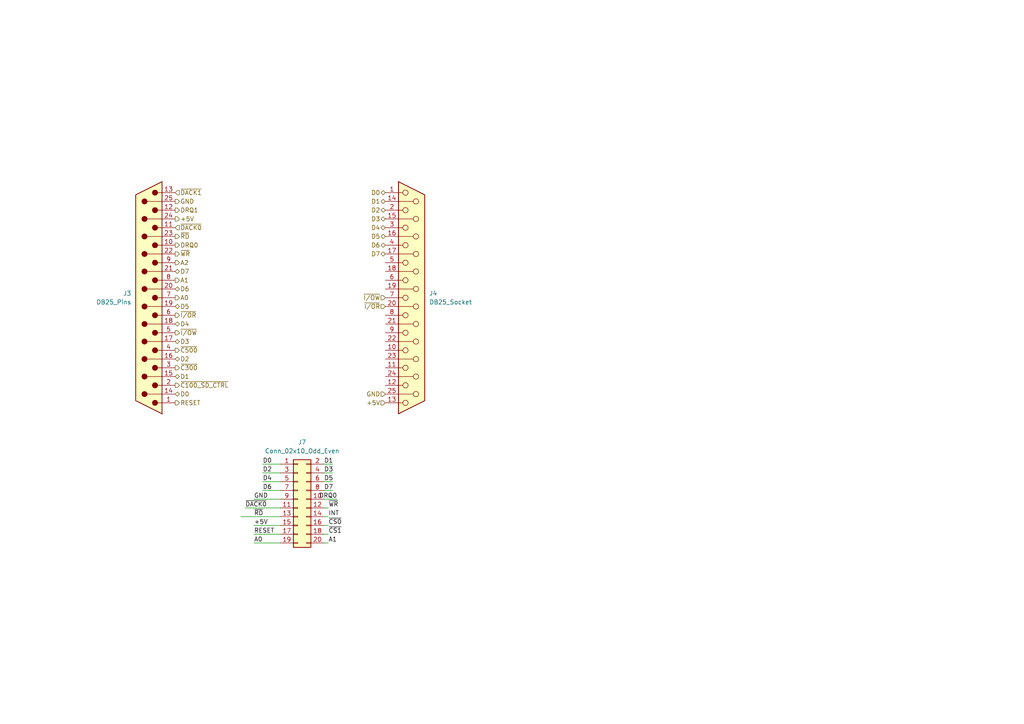
<source format=kicad_sch>
(kicad_sch (version 20250114) (generator "eeschema") (generator_version "9.0")
  (paper "A4")
  (lib_symbols
    (symbol "Connector:DB25_Pins" (pin_names (offset 1.016) (hide yes))
      (property "Reference" "J" (at 0 34.29 0))
      (property "Value" "DB25_Pins" (at 0 -34.925 0))
      (symbol "DB25_Pins_0_1"
        (polyline (pts (xy -3.81 30.48) (xy -2.54 30.48)))
        (polyline (pts (xy -3.81 27.94) (xy 0.508 27.94)))
        (polyline (pts (xy -3.81 25.4) (xy -2.54 25.4)))
        (polyline (pts (xy -3.81 22.86) (xy 0.508 22.86)))
        (polyline (pts (xy -3.81 20.32) (xy -2.54 20.32)))
        (polyline (pts (xy -3.81 17.78) (xy 0.508 17.78)))
        (polyline (pts (xy -3.81 15.24) (xy -2.54 15.24)))
        (polyline (pts (xy -3.81 12.7) (xy 0.508 12.7)))
        (polyline (pts (xy -3.81 10.16) (xy -2.54 10.16)))
        (polyline (pts (xy -3.81 7.62) (xy 0.508 7.62)))
        (polyline (pts (xy -3.81 5.08) (xy -2.54 5.08)))
        (polyline (pts (xy -3.81 2.54) (xy 0.508 2.54)))
        (polyline (pts (xy -3.81 0) (xy -2.54 0)))
        (polyline (pts (xy -3.81 -2.54) (xy 0.508 -2.54)))
        (polyline (pts (xy -3.81 -5.08) (xy -2.54 -5.08)))
        (polyline (pts (xy -3.81 -7.62) (xy 0.508 -7.62)))
        (polyline (pts (xy -3.81 -10.16) (xy -2.54 -10.16)))
        (polyline (pts (xy -3.81 -12.7) (xy 0.508 -12.7)))
        (polyline (pts (xy -3.81 -15.24) (xy -2.54 -15.24)))
        (polyline (pts (xy -3.81 -17.78) (xy 0.508 -17.78)))
        (polyline (pts (xy -3.81 -20.32) (xy -2.54 -20.32)))
        (polyline (pts (xy -3.81 -22.86) (xy 0.508 -22.86)))
        (polyline (pts (xy -3.81 -25.4) (xy -2.54 -25.4)))
        (polyline (pts (xy -3.81 -27.94) (xy 0.508 -27.94)))
        (polyline (pts (xy -3.81 -30.48) (xy -2.54 -30.48)))
        (polyline (pts (xy -3.81 -33.655) (xy 3.81 -29.845) (xy 3.81 29.845) (xy -3.81 33.655) (xy -3.81 -33.655)) (stroke (width 0.254)) (fill (type background)))
        (circle (center -1.778 30.48) (radius 0.762) (fill (type outline)))
        (circle (center -1.778 25.4) (radius 0.762) (fill (type outline)))
        (circle (center -1.778 20.32) (radius 0.762) (fill (type outline)))
        (circle (center -1.778 15.24) (radius 0.762) (fill (type outline)))
        (circle (center -1.778 10.16) (radius 0.762) (fill (type outline)))
        (circle (center -1.778 5.08) (radius 0.762) (fill (type outline)))
        (circle (center -1.778 0) (radius 0.762) (fill (type outline)))
        (circle (center -1.778 -5.08) (radius 0.762) (fill (type outline)))
        (circle (center -1.778 -10.16) (radius 0.762) (fill (type outline)))
        (circle (center -1.778 -15.24) (radius 0.762) (fill (type outline)))
        (circle (center -1.778 -20.32) (radius 0.762) (fill (type outline)))
        (circle (center -1.778 -25.4) (radius 0.762) (fill (type outline)))
        (circle (center -1.778 -30.48) (radius 0.762) (fill (type outline)))
        (circle (center 1.27 27.94) (radius 0.762) (fill (type outline)))
        (circle (center 1.27 22.86) (radius 0.762) (fill (type outline)))
        (circle (center 1.27 17.78) (radius 0.762) (fill (type outline)))
        (circle (center 1.27 12.7) (radius 0.762) (fill (type outline)))
        (circle (center 1.27 7.62) (radius 0.762) (fill (type outline)))
        (circle (center 1.27 2.54) (radius 0.762) (fill (type outline)))
        (circle (center 1.27 -2.54) (radius 0.762) (fill (type outline)))
        (circle (center 1.27 -7.62) (radius 0.762) (fill (type outline)))
        (circle (center 1.27 -12.7) (radius 0.762) (fill (type outline)))
        (circle (center 1.27 -17.78) (radius 0.762) (fill (type outline)))
        (circle (center 1.27 -22.86) (radius 0.762) (fill (type outline)))
        (circle (center 1.27 -27.94) (radius 0.762) (fill (type outline)))
      )
      (symbol "DB25_Pins_1_1"
        (pin passive line (at -7.62 30.48 0) (length 3.81) (name "13") (number "13"))
        (pin passive line (at -7.62 27.94 0) (length 3.81) (name "P25") (number "25"))
        (pin passive line (at -7.62 25.4 0) (length 3.81) (name "12") (number "12"))
        (pin passive line (at -7.62 22.86 0) (length 3.81) (name "P24") (number "24"))
        (pin passive line (at -7.62 20.32 0) (length 3.81) (name "11") (number "11"))
        (pin passive line (at -7.62 17.78 0) (length 3.81) (name "P23") (number "23"))
        (pin passive line (at -7.62 15.24 0) (length 3.81) (name "10") (number "10"))
        (pin passive line (at -7.62 12.7 0) (length 3.81) (name "P22") (number "22"))
        (pin passive line (at -7.62 10.16 0) (length 3.81) (name "9") (number "9"))
        (pin passive line (at -7.62 7.62 0) (length 3.81) (name "P21") (number "21"))
        (pin passive line (at -7.62 5.08 0) (length 3.81) (name "8") (number "8"))
        (pin passive line (at -7.62 2.54 0) (length 3.81) (name "P20") (number "20"))
        (pin passive line (at -7.62 0 0) (length 3.81) (name "7") (number "7"))
        (pin passive line (at -7.62 -2.54 0) (length 3.81) (name "P19") (number "19"))
        (pin passive line (at -7.62 -5.08 0) (length 3.81) (name "6") (number "6"))
        (pin passive line (at -7.62 -7.62 0) (length 3.81) (name "P18") (number "18"))
        (pin passive line (at -7.62 -10.16 0) (length 3.81) (name "5") (number "5"))
        (pin passive line (at -7.62 -12.7 0) (length 3.81) (name "P17") (number "17"))
        (pin passive line (at -7.62 -15.24 0) (length 3.81) (name "4") (number "4"))
        (pin passive line (at -7.62 -17.78 0) (length 3.81) (name "P16") (number "16"))
        (pin passive line (at -7.62 -20.32 0) (length 3.81) (name "3") (number "3"))
        (pin passive line (at -7.62 -22.86 0) (length 3.81) (name "P15") (number "15"))
        (pin passive line (at -7.62 -25.4 0) (length 3.81) (name "2") (number "2"))
        (pin passive line (at -7.62 -27.94 0) (length 3.81) (name "P14") (number "14"))
        (pin passive line (at -7.62 -30.48 0) (length 3.81) (name "1") (number "1"))
      )
    )
    (symbol "Connector:DB25_Socket" (pin_names (offset 1.016) (hide yes))
      (property "Reference" "J" (at 0 34.29 0))
      (property "Value" "DB25_Socket" (at 0 -34.925 0))
      (symbol "DB25_Socket_0_1"
        (polyline (pts (xy -3.81 33.655) (xy 3.81 29.845) (xy 3.81 -29.845) (xy -3.81 -33.655) (xy -3.81 33.655)) (stroke (width 0.254)) (fill (type background)))
        (polyline (pts (xy -3.81 30.48) (xy -2.54 30.48)))
        (polyline (pts (xy -3.81 27.94) (xy 0.508 27.94)))
        (polyline (pts (xy -3.81 25.4) (xy -2.54 25.4)))
        (polyline (pts (xy -3.81 22.86) (xy 0.508 22.86)))
        (polyline (pts (xy -3.81 20.32) (xy -2.54 20.32)))
        (polyline (pts (xy -3.81 17.78) (xy 0.508 17.78)))
        (polyline (pts (xy -3.81 15.24) (xy -2.54 15.24)))
        (polyline (pts (xy -3.81 12.7) (xy 0.508 12.7)))
        (polyline (pts (xy -3.81 10.16) (xy -2.54 10.16)))
        (polyline (pts (xy -3.81 7.62) (xy 0.508 7.62)))
        (polyline (pts (xy -3.81 5.08) (xy -2.54 5.08)))
        (polyline (pts (xy -3.81 2.54) (xy 0.508 2.54)))
        (polyline (pts (xy -3.81 0) (xy -2.54 0)))
        (polyline (pts (xy -3.81 -2.54) (xy 0.508 -2.54)))
        (polyline (pts (xy -3.81 -5.08) (xy -2.54 -5.08)))
        (polyline (pts (xy -3.81 -7.62) (xy 0.508 -7.62)))
        (polyline (pts (xy -3.81 -10.16) (xy -2.54 -10.16)))
        (polyline (pts (xy -3.81 -12.7) (xy 0.508 -12.7)))
        (polyline (pts (xy -3.81 -15.24) (xy -2.54 -15.24)))
        (polyline (pts (xy -3.81 -17.78) (xy 0.508 -17.78)))
        (polyline (pts (xy -3.81 -20.32) (xy -2.54 -20.32)))
        (polyline (pts (xy -3.81 -22.86) (xy 0.508 -22.86)))
        (polyline (pts (xy -3.81 -25.4) (xy -2.54 -25.4)))
        (polyline (pts (xy -3.81 -27.94) (xy 0.508 -27.94)))
        (polyline (pts (xy -3.81 -30.48) (xy -2.54 -30.48)))
        (circle (center -1.778 30.48) (radius 0.762))
        (circle (center -1.778 25.4) (radius 0.762))
        (circle (center -1.778 20.32) (radius 0.762))
        (circle (center -1.778 15.24) (radius 0.762))
        (circle (center -1.778 10.16) (radius 0.762))
        (circle (center -1.778 5.08) (radius 0.762))
        (circle (center -1.778 0) (radius 0.762))
        (circle (center -1.778 -5.08) (radius 0.762))
        (circle (center -1.778 -10.16) (radius 0.762))
        (circle (center -1.778 -15.24) (radius 0.762))
        (circle (center -1.778 -20.32) (radius 0.762))
        (circle (center -1.778 -25.4) (radius 0.762))
        (circle (center -1.778 -30.48) (radius 0.762))
        (circle (center 1.27 27.94) (radius 0.762))
        (circle (center 1.27 22.86) (radius 0.762))
        (circle (center 1.27 17.78) (radius 0.762))
        (circle (center 1.27 12.7) (radius 0.762))
        (circle (center 1.27 7.62) (radius 0.762))
        (circle (center 1.27 2.54) (radius 0.762))
        (circle (center 1.27 -2.54) (radius 0.762))
        (circle (center 1.27 -7.62) (radius 0.762))
        (circle (center 1.27 -12.7) (radius 0.762))
        (circle (center 1.27 -17.78) (radius 0.762))
        (circle (center 1.27 -22.86) (radius 0.762))
        (circle (center 1.27 -27.94) (radius 0.762))
      )
      (symbol "DB25_Socket_1_1"
        (pin passive line (at -7.62 30.48 0) (length 3.81) (name "1") (number "1"))
        (pin passive line (at -7.62 27.94 0) (length 3.81) (name "P14") (number "14"))
        (pin passive line (at -7.62 25.4 0) (length 3.81) (name "2") (number "2"))
        (pin passive line (at -7.62 22.86 0) (length 3.81) (name "P15") (number "15"))
        (pin passive line (at -7.62 20.32 0) (length 3.81) (name "3") (number "3"))
        (pin passive line (at -7.62 17.78 0) (length 3.81) (name "P16") (number "16"))
        (pin passive line (at -7.62 15.24 0) (length 3.81) (name "4") (number "4"))
        (pin passive line (at -7.62 12.7 0) (length 3.81) (name "P17") (number "17"))
        (pin passive line (at -7.62 10.16 0) (length 3.81) (name "5") (number "5"))
        (pin passive line (at -7.62 7.62 0) (length 3.81) (name "P18") (number "18"))
        (pin passive line (at -7.62 5.08 0) (length 3.81) (name "6") (number "6"))
        (pin passive line (at -7.62 2.54 0) (length 3.81) (name "P19") (number "19"))
        (pin passive line (at -7.62 0 0) (length 3.81) (name "7") (number "7"))
        (pin passive line (at -7.62 -2.54 0) (length 3.81) (name "P20") (number "20"))
        (pin passive line (at -7.62 -5.08 0) (length 3.81) (name "8") (number "8"))
        (pin passive line (at -7.62 -7.62 0) (length 3.81) (name "P21") (number "21"))
        (pin passive line (at -7.62 -10.16 0) (length 3.81) (name "9") (number "9"))
        (pin passive line (at -7.62 -12.7 0) (length 3.81) (name "P22") (number "22"))
        (pin passive line (at -7.62 -15.24 0) (length 3.81) (name "10") (number "10"))
        (pin passive line (at -7.62 -17.78 0) (length 3.81) (name "P23") (number "23"))
        (pin passive line (at -7.62 -20.32 0) (length 3.81) (name "11") (number "11"))
        (pin passive line (at -7.62 -22.86 0) (length 3.81) (name "P24") (number "24"))
        (pin passive line (at -7.62 -25.4 0) (length 3.81) (name "12") (number "12"))
        (pin passive line (at -7.62 -27.94 0) (length 3.81) (name "P25") (number "25"))
        (pin passive line (at -7.62 -30.48 0) (length 3.81) (name "13") (number "13"))
      )
    )
    (symbol "Connector_Generic:Conn_02x10_Odd_Even" (pin_names (offset 1.016) (hide yes))
      (property "Reference" "J2" (at 1.27 16.51 0))
      (property "Value" "Conn_02x10_Odd_Even" (at 1.27 13.97 0))
      (symbol "Conn_02x10_Odd_Even_1_1"
        (rectangle (start -1.27 11.43) (end 3.81 -13.97) (stroke (width 0.254)) (fill (type background)))
        (rectangle (start -1.27 10.287) (end 0 10.033) (stroke (width 0.1524)))
        (rectangle (start -1.27 7.747) (end 0 7.493) (stroke (width 0.1524)))
        (rectangle (start -1.27 5.207) (end 0 4.953) (stroke (width 0.1524)))
        (rectangle (start -1.27 2.667) (end 0 2.413) (stroke (width 0.1524)))
        (rectangle (start -1.27 0.127) (end 0 -0.127) (stroke (width 0.1524)))
        (rectangle (start -1.27 -2.413) (end 0 -2.667) (stroke (width 0.1524)))
        (rectangle (start -1.27 -4.953) (end 0 -5.207) (stroke (width 0.1524)))
        (rectangle (start -1.27 -7.493) (end 0 -7.747) (stroke (width 0.1524)))
        (rectangle (start -1.27 -10.033) (end 0 -10.287) (stroke (width 0.1524)))
        (rectangle (start -1.27 -12.573) (end 0 -12.827) (stroke (width 0.1524)))
        (rectangle (start 3.81 10.287) (end 2.54 10.033) (stroke (width 0.1524)))
        (rectangle (start 3.81 7.747) (end 2.54 7.493) (stroke (width 0.1524)))
        (rectangle (start 3.81 5.207) (end 2.54 4.953) (stroke (width 0.1524)))
        (rectangle (start 3.81 2.667) (end 2.54 2.413) (stroke (width 0.1524)))
        (rectangle (start 3.81 0.127) (end 2.54 -0.127) (stroke (width 0.1524)))
        (rectangle (start 3.81 -2.413) (end 2.54 -2.667) (stroke (width 0.1524)))
        (rectangle (start 3.81 -4.953) (end 2.54 -5.207) (stroke (width 0.1524)))
        (rectangle (start 3.81 -7.493) (end 2.54 -7.747) (stroke (width 0.1524)))
        (rectangle (start 3.81 -10.033) (end 2.54 -10.287) (stroke (width 0.1524)))
        (rectangle (start 3.81 -12.573) (end 2.54 -12.827) (stroke (width 0.1524)))
        (pin passive line (at -5.08 10.16 0) (length 3.81) (name "Pin_1") (number "1"))
        (pin passive line (at -5.08 7.62 0) (length 3.81) (name "Pin_3") (number "3"))
        (pin passive line (at -5.08 5.08 0) (length 3.81) (name "Pin_5") (number "5"))
        (pin passive line (at -5.08 2.54 0) (length 3.81) (name "Pin_7") (number "7"))
        (pin power_out line (at -5.08 0 0) (length 3.81) (name "Pin_9") (number "9"))
        (pin passive line (at -5.08 -2.54 0) (length 3.81) (name "Pin_11") (number "11"))
        (pin passive line (at -5.08 -5.08 0) (length 3.81) (name "Pin_13") (number "13"))
        (pin power_out line (at -5.08 -7.62 0) (length 3.81) (name "Pin_15") (number "15"))
        (pin passive line (at -5.08 -10.16 0) (length 3.81) (name "Pin_17") (number "17"))
        (pin passive line (at -5.08 -12.7 0) (length 3.81) (name "Pin_19") (number "19"))
        (pin passive line (at 7.62 10.16 180) (length 3.81) (name "Pin_2") (number "2"))
        (pin passive line (at 7.62 7.62 180) (length 3.81) (name "Pin_4") (number "4"))
        (pin passive line (at 7.62 5.08 180) (length 3.81) (name "Pin_6") (number "6"))
        (pin passive line (at 7.62 2.54 180) (length 3.81) (name "Pin_8") (number "8"))
        (pin passive line (at 7.62 0 180) (length 3.81) (name "Pin_10") (number "10"))
        (pin passive line (at 7.62 -2.54 180) (length 3.81) (name "Pin_12") (number "12"))
        (pin passive line (at 7.62 -5.08 180) (length 3.81) (name "Pin_14") (number "14"))
        (pin passive line (at 7.62 -7.62 180) (length 3.81) (name "Pin_16") (number "16"))
        (pin passive line (at 7.62 -10.16 180) (length 3.81) (name "Pin_18") (number "18"))
        (pin passive line (at 7.62 -12.7 180) (length 3.81) (name "Pin_20") (number "20"))
      )
    )
  )
  (wire (pts (xy 76.2 137.16) (xy 81.28 137.16)))
  (wire (pts (xy 93.98 154.94) (xy 95.25 154.94)))
  (wire (pts (xy 93.98 139.7) (xy 96.52 139.7)))
  (wire (pts (xy 93.98 144.78) (xy 97.79 144.78)))
  (wire (pts (xy 73.66 154.94) (xy 81.28 154.94)))
  (wire (pts (xy 69.85 149.86) (xy 81.28 149.86)))
  (wire (pts (xy 93.98 142.24) (xy 96.52 142.24)))
  (wire (pts (xy 73.66 144.78) (xy 81.28 144.78)))
  (wire (pts (xy 93.98 137.16) (xy 96.52 137.16)))
  (wire (pts (xy 73.66 157.48) (xy 81.28 157.48)))
  (wire (pts (xy 73.66 152.4) (xy 81.28 152.4)))
  (wire (pts (xy 93.98 147.32) (xy 95.25 147.32)))
  (wire (pts (xy 93.98 149.86) (xy 95.25 149.86)))
  (wire (pts (xy 71.12 147.32) (xy 81.28 147.32)))
  (wire (pts (xy 76.2 134.62) (xy 81.28 134.62)))
  (wire (pts (xy 93.98 157.48) (xy 95.25 157.48)))
  (wire (pts (xy 93.98 134.62) (xy 96.52 134.62)))
  (wire (pts (xy 76.2 142.24) (xy 81.28 142.24)))
  (wire (pts (xy 76.2 139.7) (xy 81.28 139.7)))
  (wire (pts (xy 93.98 152.4) (xy 95.25 152.4)))
  (label "D3" (at 93.98 137.16 0))
  (label "GND" (at 73.66 144.78 0))
  (label "D2" (at 76.2 137.16 0))
  (label "D5" (at 93.98 139.7 0))
  (label "+5V" (at 73.66 152.4 0))
  (label "D1" (at 93.98 134.62 0))
  (label "D6" (at 76.2 142.24 0))
  (label "INT" (at 95.25 149.86 0))
  (label "A0" (at 73.66 157.48 0))
  (label "~{DACK0}" (at 71.12 147.32 0))
  (label "A1" (at 95.25 157.48 0))
  (label "D0" (at 76.2 134.62 0))
  (label "~{CS0}" (at 95.25 152.4 0))
  (label "DRQ0" (at 97.79 144.78 180))
  (label "D7" (at 93.98 142.24 0))
  (label "~{WR}" (at 95.25 147.32 0))
  (label "D4" (at 76.2 139.7 0))
  (label "~{RD}" (at 73.66 149.86 0))
  (label "RESET" (at 73.66 154.94 0))
  (label "~{CS1}" (at 95.25 154.94 0))
  (hierarchical_label "D6" (shape bidirectional) (at 50.8 83.82 0))
  (hierarchical_label "~{I{slash}OW}" (shape input) (at 111.76 86.36 180))
  (hierarchical_label "D0" (shape bidirectional) (at 111.76 55.88 180))
  (hierarchical_label "D2" (shape bidirectional) (at 50.8 104.14 0))
  (hierarchical_label "D4" (shape bidirectional) (at 111.76 66.04 180))
  (hierarchical_label "~{DACK0}" (shape input) (at 50.8 66.04 0))
  (hierarchical_label "D5" (shape bidirectional) (at 50.8 88.9 0))
  (hierarchical_label "D3" (shape bidirectional) (at 50.8 99.06 0))
  (hierarchical_label "+5V" (shape input) (at 111.76 116.84 180))
  (hierarchical_label "D6" (shape bidirectional) (at 111.76 71.12 180))
  (hierarchical_label "D2" (shape bidirectional) (at 111.76 60.96 180))
  (hierarchical_label "A1" (shape output) (at 50.8 81.28 0))
  (hierarchical_label "~{C500}" (shape output) (at 50.8 101.6 0))
  (hierarchical_label "GND" (shape input) (at 111.76 114.3 180))
  (hierarchical_label "RESET" (shape output) (at 50.8 116.84 0))
  (hierarchical_label "+5V" (shape output) (at 50.8 63.5 0))
  (hierarchical_label "D0" (shape bidirectional) (at 50.8 114.3 0))
  (hierarchical_label "~{RD}" (shape output) (at 50.8 68.58 0))
  (hierarchical_label "A2" (shape output) (at 50.8 76.2 0))
  (hierarchical_label "GND" (shape output) (at 50.8 58.42 0))
  (hierarchical_label "~{I/OR}" (shape input) (at 111.76 88.9 180))
  (hierarchical_label "~{I{slash}OW}" (shape output) (at 50.8 96.52 0))
  (hierarchical_label "~{C300}" (shape output) (at 50.8 106.68 0))
  (hierarchical_label "A0" (shape output) (at 50.8 86.36 0))
  (hierarchical_label "D5" (shape bidirectional) (at 111.76 68.58 180))
  (hierarchical_label "DRQ1" (shape output) (at 50.8 60.96 0))
  (hierarchical_label "~{DACK1}" (shape input) (at 50.8 55.88 0))
  (hierarchical_label "~{C100_SD_CTRL}" (shape output) (at 50.8 111.76 0))
  (hierarchical_label "D3" (shape bidirectional) (at 111.76 63.5 180))
  (hierarchical_label "D1" (shape bidirectional) (at 111.76 58.42 180))
  (hierarchical_label "D7" (shape bidirectional) (at 50.8 78.74 0))
  (hierarchical_label "D1" (shape bidirectional) (at 50.8 109.22 0))
  (hierarchical_label "~{I/OR}" (shape output) (at 50.8 91.44 0))
  (hierarchical_label "D7" (shape bidirectional) (at 111.76 73.66 180))
  (hierarchical_label "DRQ0" (shape output) (at 50.8 71.12 0))
  (hierarchical_label "D4" (shape bidirectional) (at 50.8 93.98 0))
  (hierarchical_label "~{WR}" (shape output) (at 50.8 73.66 0))
  (symbol (lib_id "Connector_Generic:Conn_02x10_Odd_Even") (at 86.36 144.78 0) (unit 1)
    (property "Reference" "J7" (at 87.63 128.27 0))
    (property "Value" "Conn_02x10_Odd_Even" (at 87.63 130.81 0))
    (property "Footprint" "Connector_PinHeader_1.00mm:PinHeader_2x10_P1.00mm_Vertical" (effects (hide yes)))
    (property "Description" "Generic connector, double row, 02x10, odd/even pin numbering scheme (row 1 odd numbers, row 2 even numbers), script generated (kicad-library-utils/schlib/autogen/connector/)" (effects (hide yes)))
  )
  (symbol (lib_id "Connector:DB25_Pins") (at 43.18 86.36 0) (mirror y) (unit 1)
    (property "Reference" "J3" (at 38.1 85.0899 0) (effects (justify left)))
    (property "Value" "DB25_Pins" (at 38.1 87.6299 0) (effects (justify left)))
    (property "Description" "25-pin D-SUB connector, pins (male)" (effects (hide yes)))
  )
  (symbol (lib_id "Connector:DB25_Socket") (at 119.38 86.36 0) (unit 1)
    (property "Reference" "J4" (at 124.46 85.0899 0) (effects (justify left)))
    (property "Value" "DB25_Socket" (at 124.46 87.6299 0) (effects (justify left)))
    (property "Description" "25-pin D-SUB connector, socket (female)" (effects (hide yes)))
  )
)
</source>
